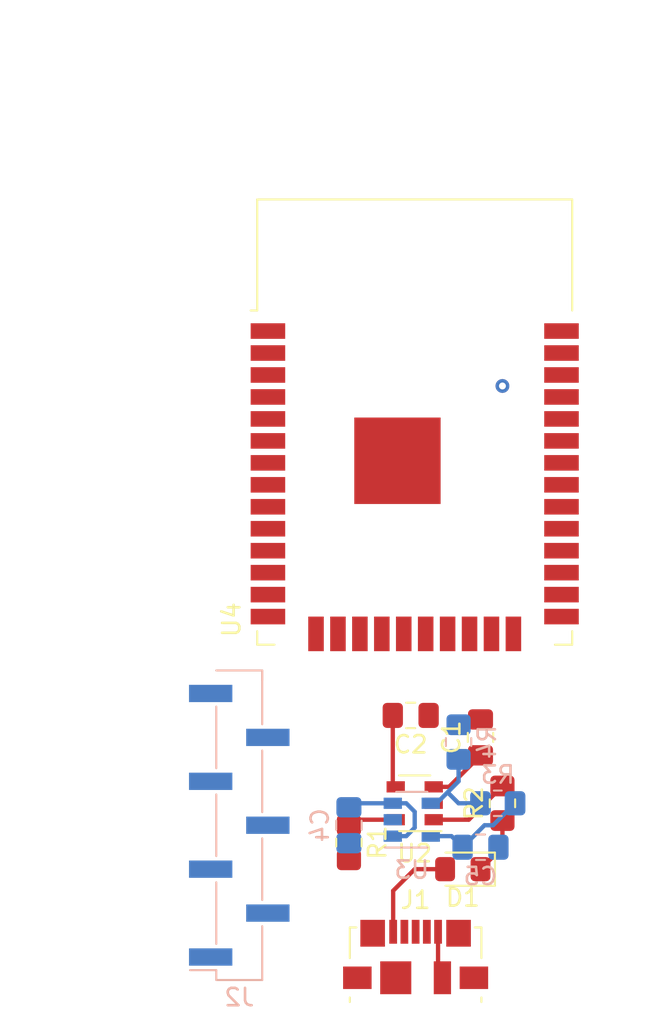
<source format=kicad_pcb>
(kicad_pcb (version 20171130) (host pcbnew "(5.1.7)-1")

  (general
    (thickness 1.6)
    (drawings 2)
    (tracks 35)
    (zones 0)
    (modules 14)
    (nets 49)
  )

  (page A4)
  (layers
    (0 F.Cu signal)
    (31 B.Cu signal)
    (32 B.Adhes user)
    (33 F.Adhes user hide)
    (34 B.Paste user)
    (35 F.Paste user hide)
    (36 B.SilkS user)
    (37 F.SilkS user hide)
    (38 B.Mask user)
    (39 F.Mask user hide)
    (40 Dwgs.User user)
    (41 Cmts.User user)
    (42 Eco1.User user)
    (43 Eco2.User user)
    (44 Edge.Cuts user)
    (45 Margin user)
    (46 B.CrtYd user)
    (47 F.CrtYd user hide)
    (48 B.Fab user)
    (49 F.Fab user hide)
  )

  (setup
    (last_trace_width 0.25)
    (trace_clearance 0.2)
    (zone_clearance 0.508)
    (zone_45_only no)
    (trace_min 0.2)
    (via_size 0.8)
    (via_drill 0.4)
    (via_min_size 0.4)
    (via_min_drill 0.3)
    (uvia_size 0.3)
    (uvia_drill 0.1)
    (uvias_allowed no)
    (uvia_min_size 0.2)
    (uvia_min_drill 0.1)
    (edge_width 0.05)
    (segment_width 0.2)
    (pcb_text_width 0.3)
    (pcb_text_size 1.5 1.5)
    (mod_edge_width 0.12)
    (mod_text_size 1 1)
    (mod_text_width 0.15)
    (pad_size 1.8 1.8)
    (pad_drill 0.9)
    (pad_to_mask_clearance 0.05)
    (aux_axis_origin 0 0)
    (visible_elements 7FFFFFFF)
    (pcbplotparams
      (layerselection 0x010fc_ffffffff)
      (usegerberextensions false)
      (usegerberattributes true)
      (usegerberadvancedattributes true)
      (creategerberjobfile true)
      (excludeedgelayer true)
      (linewidth 0.100000)
      (plotframeref false)
      (viasonmask false)
      (mode 1)
      (useauxorigin false)
      (hpglpennumber 1)
      (hpglpenspeed 20)
      (hpglpendiameter 15.000000)
      (psnegative false)
      (psa4output false)
      (plotreference true)
      (plotvalue true)
      (plotinvisibletext false)
      (padsonsilk false)
      (subtractmaskfromsilk false)
      (outputformat 1)
      (mirror false)
      (drillshape 1)
      (scaleselection 1)
      (outputdirectory ""))
  )

  (net 0 "")
  (net 1 "Net-(R1-Pad1)")
  (net 2 "Net-(C2-Pad2)")
  (net 3 "Net-(C1-Pad1)")
  (net 4 -BATT)
  (net 5 "Net-(R2-Pad2)")
  (net 6 +3V3)
  (net 7 "Net-(R3-Pad2)")
  (net 8 VCC)
  (net 9 "Net-(D1-Pad1)")
  (net 10 "Net-(J1-Pad4)")
  (net 11 "Net-(J1-Pad3)")
  (net 12 "Net-(J1-Pad2)")
  (net 13 "Net-(U4-Pad37)")
  (net 14 "Net-(U4-Pad33)")
  (net 15 "Net-(U4-Pad32)")
  (net 16 "Net-(U4-Pad31)")
  (net 17 "Net-(U4-Pad30)")
  (net 18 "Net-(U4-Pad29)")
  (net 19 "Net-(U4-Pad28)")
  (net 20 "Net-(U4-Pad27)")
  (net 21 "Net-(U4-Pad26)")
  (net 22 "Net-(U4-Pad25)")
  (net 23 "Net-(U4-Pad24)")
  (net 24 "Net-(U4-Pad23)")
  (net 25 "Net-(U4-Pad22)")
  (net 26 "Net-(U4-Pad21)")
  (net 27 "Net-(U4-Pad20)")
  (net 28 "Net-(U4-Pad19)")
  (net 29 "Net-(U4-Pad18)")
  (net 30 "Net-(U4-Pad17)")
  (net 31 "Net-(U4-Pad16)")
  (net 32 "Net-(U4-Pad14)")
  (net 33 "Net-(U4-Pad13)")
  (net 34 "Net-(U4-Pad12)")
  (net 35 "Net-(U4-Pad9)")
  (net 36 "Net-(U4-Pad8)")
  (net 37 "Net-(U4-Pad7)")
  (net 38 "Net-(U4-Pad6)")
  (net 39 "Net-(U4-Pad5)")
  (net 40 "Net-(U4-Pad4)")
  (net 41 LRCK)
  (net 42 BCK)
  (net 43 DATA)
  (net 44 GAIN)
  (net 45 SD)
  (net 46 P_RX)
  (net 47 P_TX)
  (net 48 EN)

  (net_class Default "This is the default net class."
    (clearance 0.2)
    (trace_width 0.25)
    (via_dia 0.8)
    (via_drill 0.4)
    (uvia_dia 0.3)
    (uvia_drill 0.1)
    (add_net +3V3)
    (add_net -BATT)
    (add_net BCK)
    (add_net DATA)
    (add_net EN)
    (add_net GAIN)
    (add_net LRCK)
    (add_net "Net-(C1-Pad1)")
    (add_net "Net-(C2-Pad2)")
    (add_net "Net-(D1-Pad1)")
    (add_net "Net-(J1-Pad2)")
    (add_net "Net-(J1-Pad3)")
    (add_net "Net-(J1-Pad4)")
    (add_net "Net-(R1-Pad1)")
    (add_net "Net-(R2-Pad2)")
    (add_net "Net-(R3-Pad2)")
    (add_net "Net-(U4-Pad12)")
    (add_net "Net-(U4-Pad13)")
    (add_net "Net-(U4-Pad14)")
    (add_net "Net-(U4-Pad16)")
    (add_net "Net-(U4-Pad17)")
    (add_net "Net-(U4-Pad18)")
    (add_net "Net-(U4-Pad19)")
    (add_net "Net-(U4-Pad20)")
    (add_net "Net-(U4-Pad21)")
    (add_net "Net-(U4-Pad22)")
    (add_net "Net-(U4-Pad23)")
    (add_net "Net-(U4-Pad24)")
    (add_net "Net-(U4-Pad25)")
    (add_net "Net-(U4-Pad26)")
    (add_net "Net-(U4-Pad27)")
    (add_net "Net-(U4-Pad28)")
    (add_net "Net-(U4-Pad29)")
    (add_net "Net-(U4-Pad30)")
    (add_net "Net-(U4-Pad31)")
    (add_net "Net-(U4-Pad32)")
    (add_net "Net-(U4-Pad33)")
    (add_net "Net-(U4-Pad37)")
    (add_net "Net-(U4-Pad4)")
    (add_net "Net-(U4-Pad5)")
    (add_net "Net-(U4-Pad6)")
    (add_net "Net-(U4-Pad7)")
    (add_net "Net-(U4-Pad8)")
    (add_net "Net-(U4-Pad9)")
    (add_net P_RX)
    (add_net P_TX)
    (add_net SD)
    (add_net VCC)
  )

  (module Connector_PinHeader_2.54mm:PinHeader_1x07_P2.54mm_Vertical_SMD_Pin1Left (layer B.Cu) (tedit 59FED5CC) (tstamp 5FD95590)
    (at 134.62 91.44)
    (descr "surface-mounted straight pin header, 1x07, 2.54mm pitch, single row, style 1 (pin 1 left)")
    (tags "Surface mounted pin header SMD 1x07 2.54mm single row style1 pin1 left")
    (path /5FDA17DC)
    (attr smd)
    (fp_text reference J2 (at 0 9.95) (layer B.SilkS)
      (effects (font (size 1 1) (thickness 0.15)) (justify mirror))
    )
    (fp_text value Conn_01x07_Male (at 0 -9.95) (layer B.Fab)
      (effects (font (size 1 1) (thickness 0.15)) (justify mirror))
    )
    (fp_line (start 3.45 9.4) (end -3.45 9.4) (layer B.CrtYd) (width 0.05))
    (fp_line (start 3.45 -9.4) (end 3.45 9.4) (layer B.CrtYd) (width 0.05))
    (fp_line (start -3.45 -9.4) (end 3.45 -9.4) (layer B.CrtYd) (width 0.05))
    (fp_line (start -3.45 9.4) (end -3.45 -9.4) (layer B.CrtYd) (width 0.05))
    (fp_line (start -1.33 -3.3) (end -1.33 -6.86) (layer B.SilkS) (width 0.12))
    (fp_line (start -1.33 1.78) (end -1.33 -1.78) (layer B.SilkS) (width 0.12))
    (fp_line (start -1.33 6.86) (end -1.33 3.3) (layer B.SilkS) (width 0.12))
    (fp_line (start 1.33 -5.84) (end 1.33 -8.95) (layer B.SilkS) (width 0.12))
    (fp_line (start 1.33 -0.76) (end 1.33 -4.32) (layer B.SilkS) (width 0.12))
    (fp_line (start 1.33 4.32) (end 1.33 0.76) (layer B.SilkS) (width 0.12))
    (fp_line (start 1.33 -8.38) (end 1.33 -8.95) (layer B.SilkS) (width 0.12))
    (fp_line (start -1.33 8.95) (end -1.33 8.38) (layer B.SilkS) (width 0.12))
    (fp_line (start -1.33 8.38) (end -2.85 8.38) (layer B.SilkS) (width 0.12))
    (fp_line (start 1.33 8.95) (end 1.33 5.84) (layer B.SilkS) (width 0.12))
    (fp_line (start -1.33 -8.95) (end 1.33 -8.95) (layer B.SilkS) (width 0.12))
    (fp_line (start -1.33 8.95) (end 1.33 8.95) (layer B.SilkS) (width 0.12))
    (fp_line (start 2.54 -5.4) (end 1.27 -5.4) (layer B.Fab) (width 0.1))
    (fp_line (start 2.54 -4.76) (end 2.54 -5.4) (layer B.Fab) (width 0.1))
    (fp_line (start 1.27 -4.76) (end 2.54 -4.76) (layer B.Fab) (width 0.1))
    (fp_line (start 2.54 -0.32) (end 1.27 -0.32) (layer B.Fab) (width 0.1))
    (fp_line (start 2.54 0.32) (end 2.54 -0.32) (layer B.Fab) (width 0.1))
    (fp_line (start 1.27 0.32) (end 2.54 0.32) (layer B.Fab) (width 0.1))
    (fp_line (start 2.54 4.76) (end 1.27 4.76) (layer B.Fab) (width 0.1))
    (fp_line (start 2.54 5.4) (end 2.54 4.76) (layer B.Fab) (width 0.1))
    (fp_line (start 1.27 5.4) (end 2.54 5.4) (layer B.Fab) (width 0.1))
    (fp_line (start -2.54 -7.94) (end -1.27 -7.94) (layer B.Fab) (width 0.1))
    (fp_line (start -2.54 -7.3) (end -2.54 -7.94) (layer B.Fab) (width 0.1))
    (fp_line (start -1.27 -7.3) (end -2.54 -7.3) (layer B.Fab) (width 0.1))
    (fp_line (start -2.54 -2.86) (end -1.27 -2.86) (layer B.Fab) (width 0.1))
    (fp_line (start -2.54 -2.22) (end -2.54 -2.86) (layer B.Fab) (width 0.1))
    (fp_line (start -1.27 -2.22) (end -2.54 -2.22) (layer B.Fab) (width 0.1))
    (fp_line (start -2.54 2.22) (end -1.27 2.22) (layer B.Fab) (width 0.1))
    (fp_line (start -2.54 2.86) (end -2.54 2.22) (layer B.Fab) (width 0.1))
    (fp_line (start -1.27 2.86) (end -2.54 2.86) (layer B.Fab) (width 0.1))
    (fp_line (start -2.54 7.3) (end -1.27 7.3) (layer B.Fab) (width 0.1))
    (fp_line (start -2.54 7.94) (end -2.54 7.3) (layer B.Fab) (width 0.1))
    (fp_line (start -1.27 7.94) (end -2.54 7.94) (layer B.Fab) (width 0.1))
    (fp_line (start 1.27 8.89) (end 1.27 -8.89) (layer B.Fab) (width 0.1))
    (fp_line (start -1.27 7.94) (end -0.32 8.89) (layer B.Fab) (width 0.1))
    (fp_line (start -1.27 -8.89) (end -1.27 7.94) (layer B.Fab) (width 0.1))
    (fp_line (start -0.32 8.89) (end 1.27 8.89) (layer B.Fab) (width 0.1))
    (fp_line (start 1.27 -8.89) (end -1.27 -8.89) (layer B.Fab) (width 0.1))
    (fp_text user %R (at 0 0 -90) (layer B.Fab)
      (effects (font (size 1 1) (thickness 0.15)) (justify mirror))
    )
    (pad 1 smd rect (at -1.655 7.62) (size 2.51 1) (layers B.Cu B.Paste B.Mask)
      (net 6 +3V3))
    (pad 3 smd rect (at -1.655 2.54) (size 2.51 1) (layers B.Cu B.Paste B.Mask)
      (net 45 SD))
    (pad 5 smd rect (at -1.655 -2.54) (size 2.51 1) (layers B.Cu B.Paste B.Mask)
      (net 43 DATA))
    (pad 7 smd rect (at -1.655 -7.62) (size 2.51 1) (layers B.Cu B.Paste B.Mask)
      (net 41 LRCK))
    (pad 2 smd rect (at 1.655 5.08) (size 2.51 1) (layers B.Cu B.Paste B.Mask)
      (net 4 -BATT))
    (pad 4 smd rect (at 1.655 0) (size 2.51 1) (layers B.Cu B.Paste B.Mask)
      (net 44 GAIN))
    (pad 6 smd rect (at 1.655 -5.08) (size 2.51 1) (layers B.Cu B.Paste B.Mask)
      (net 42 BCK))
    (model ${KISYS3DMOD}/Connector_PinHeader_2.54mm.3dshapes/PinHeader_1x07_P2.54mm_Vertical_SMD_Pin1Left.wrl
      (at (xyz 0 0 0))
      (scale (xyz 1 1 1))
      (rotate (xyz 0 0 0))
    )
  )

  (module Connector_USB:USB_Micro-B_Molex_47346-0001 (layer F.Cu) (tedit 5D8620A7) (tstamp 5FD944D9)
    (at 144.8325 99.06)
    (descr "Micro USB B receptable with flange, bottom-mount, SMD, right-angle (http://www.molex.com/pdm_docs/sd/473460001_sd.pdf)")
    (tags "Micro B USB SMD")
    (path /5FDA4ED8)
    (attr smd)
    (fp_text reference J1 (at 0 -3.3 180) (layer F.SilkS)
      (effects (font (size 1 1) (thickness 0.15)))
    )
    (fp_text value USB_B_Micro (at 0 4.6 180) (layer F.Fab)
      (effects (font (size 1 1) (thickness 0.15)))
    )
    (fp_line (start 3.81 -1.71) (end 3.43 -1.71) (layer F.SilkS) (width 0.12))
    (fp_line (start 4.7 3.85) (end -4.7 3.85) (layer F.CrtYd) (width 0.05))
    (fp_line (start 4.7 -2.65) (end 4.7 3.85) (layer F.CrtYd) (width 0.05))
    (fp_line (start -4.7 -2.65) (end 4.7 -2.65) (layer F.CrtYd) (width 0.05))
    (fp_line (start -4.7 3.85) (end -4.7 -2.65) (layer F.CrtYd) (width 0.05))
    (fp_line (start 3.75 3.35) (end -3.75 3.35) (layer F.Fab) (width 0.1))
    (fp_line (start 3.75 -1.65) (end 3.75 3.35) (layer F.Fab) (width 0.1))
    (fp_line (start -3.75 -1.65) (end 3.75 -1.65) (layer F.Fab) (width 0.1))
    (fp_line (start -3.75 3.35) (end -3.75 -1.65) (layer F.Fab) (width 0.1))
    (fp_line (start 3.81 2.34) (end 3.81 2.6) (layer F.SilkS) (width 0.12))
    (fp_line (start 3.81 -1.71) (end 3.81 0.06) (layer F.SilkS) (width 0.12))
    (fp_line (start -3.81 -1.71) (end -3.43 -1.71) (layer F.SilkS) (width 0.12))
    (fp_line (start -3.81 0.06) (end -3.81 -1.71) (layer F.SilkS) (width 0.12))
    (fp_line (start -3.81 2.6) (end -3.81 2.34) (layer F.SilkS) (width 0.12))
    (fp_line (start -3.25 2.65) (end 3.25 2.65) (layer F.Fab) (width 0.1))
    (fp_text user %R (at 0 1.2) (layer F.Fab)
      (effects (font (size 1 1) (thickness 0.15)))
    )
    (fp_text user "PCB Edge" (at 0 2.67 180) (layer Dwgs.User)
      (effects (font (size 0.4 0.4) (thickness 0.04)))
    )
    (pad 6 smd rect (at 1.55 1.2) (size 1 1.9) (layers F.Cu F.Paste F.Mask)
      (net 4 -BATT))
    (pad 6 smd rect (at -1.15 1.2) (size 1.8 1.9) (layers F.Cu F.Paste F.Mask)
      (net 4 -BATT))
    (pad 6 smd rect (at 3.375 1.2) (size 1.65 1.3) (layers F.Cu F.Paste F.Mask)
      (net 4 -BATT))
    (pad 6 smd rect (at -3.375 1.2) (size 1.65 1.3) (layers F.Cu F.Paste F.Mask)
      (net 4 -BATT))
    (pad 6 smd rect (at 2.4875 -1.375) (size 1.425 1.55) (layers F.Cu F.Paste F.Mask)
      (net 4 -BATT))
    (pad 6 smd rect (at -2.4875 -1.375) (size 1.425 1.55) (layers F.Cu F.Paste F.Mask)
      (net 4 -BATT))
    (pad 5 smd rect (at 1.3 -1.46) (size 0.45 1.38) (layers F.Cu F.Paste F.Mask)
      (net 4 -BATT))
    (pad 4 smd rect (at 0.65 -1.46) (size 0.45 1.38) (layers F.Cu F.Paste F.Mask)
      (net 10 "Net-(J1-Pad4)"))
    (pad 3 smd rect (at 0 -1.46) (size 0.45 1.38) (layers F.Cu F.Paste F.Mask)
      (net 11 "Net-(J1-Pad3)"))
    (pad 2 smd rect (at -0.65 -1.46) (size 0.45 1.38) (layers F.Cu F.Paste F.Mask)
      (net 12 "Net-(J1-Pad2)"))
    (pad 1 smd rect (at -1.3 -1.46) (size 0.45 1.38) (layers F.Cu F.Paste F.Mask)
      (net 2 "Net-(C2-Pad2)"))
    (model ${KISYS3DMOD}/Connector_USB.3dshapes/USB_Micro-B_Molex_47346-0001.wrl
      (at (xyz 0 0 0))
      (scale (xyz 1 1 1))
      (rotate (xyz 0 0 0))
    )
  )

  (module Resistor_SMD:R_0805_2012Metric_Pad1.20x1.40mm_HandSolder (layer B.Cu) (tedit 5F68FEEE) (tstamp 5F8F9CCA)
    (at 147.32 86.63 90)
    (descr "Resistor SMD 0805 (2012 Metric), square (rectangular) end terminal, IPC_7351 nominal with elongated pad for handsoldering. (Body size source: IPC-SM-782 page 72, https://www.pcb-3d.com/wordpress/wp-content/uploads/ipc-sm-782a_amendment_1_and_2.pdf), generated with kicad-footprint-generator")
    (tags "resistor handsolder")
    (path /5EE1CFD8)
    (attr smd)
    (fp_text reference R4 (at 0 1.65 270) (layer B.SilkS)
      (effects (font (size 1 1) (thickness 0.15)) (justify mirror))
    )
    (fp_text value 2k (at 0 -1.65 270) (layer B.Fab)
      (effects (font (size 1 1) (thickness 0.15)) (justify mirror))
    )
    (fp_line (start -1 -0.625) (end -1 0.625) (layer B.Fab) (width 0.1))
    (fp_line (start -1 0.625) (end 1 0.625) (layer B.Fab) (width 0.1))
    (fp_line (start 1 0.625) (end 1 -0.625) (layer B.Fab) (width 0.1))
    (fp_line (start 1 -0.625) (end -1 -0.625) (layer B.Fab) (width 0.1))
    (fp_line (start -0.227064 0.735) (end 0.227064 0.735) (layer B.SilkS) (width 0.12))
    (fp_line (start -0.227064 -0.735) (end 0.227064 -0.735) (layer B.SilkS) (width 0.12))
    (fp_line (start -1.85 -0.95) (end -1.85 0.95) (layer B.CrtYd) (width 0.05))
    (fp_line (start -1.85 0.95) (end 1.85 0.95) (layer B.CrtYd) (width 0.05))
    (fp_line (start 1.85 0.95) (end 1.85 -0.95) (layer B.CrtYd) (width 0.05))
    (fp_line (start 1.85 -0.95) (end -1.85 -0.95) (layer B.CrtYd) (width 0.05))
    (fp_text user %R (at 0 0 270) (layer B.Fab)
      (effects (font (size 0.5 0.5) (thickness 0.08)) (justify mirror))
    )
    (pad 2 smd roundrect (at 1 0 90) (size 1.2 1.4) (layers B.Cu B.Paste B.Mask) (roundrect_rratio 0.208333)
      (net 4 -BATT))
    (pad 1 smd roundrect (at -1 0 90) (size 1.2 1.4) (layers B.Cu B.Paste B.Mask) (roundrect_rratio 0.208333)
      (net 7 "Net-(R3-Pad2)"))
    (model ${KISYS3DMOD}/Resistor_SMD.3dshapes/R_0805_2012Metric.wrl
      (at (xyz 0 0 0))
      (scale (xyz 1 1 1))
      (rotate (xyz 0 0 0))
    )
  )

  (module Resistor_SMD:R_0805_2012Metric_Pad1.20x1.40mm_HandSolder (layer B.Cu) (tedit 5F68FEEE) (tstamp 5F8F9CB9)
    (at 149.59 90.17 180)
    (descr "Resistor SMD 0805 (2012 Metric), square (rectangular) end terminal, IPC_7351 nominal with elongated pad for handsoldering. (Body size source: IPC-SM-782 page 72, https://www.pcb-3d.com/wordpress/wp-content/uploads/ipc-sm-782a_amendment_1_and_2.pdf), generated with kicad-footprint-generator")
    (tags "resistor handsolder")
    (path /5EE042F7)
    (attr smd)
    (fp_text reference R3 (at 0 1.65) (layer B.SilkS)
      (effects (font (size 1 1) (thickness 0.15)) (justify mirror))
    )
    (fp_text value 10k (at 0 -1.65) (layer B.Fab)
      (effects (font (size 1 1) (thickness 0.15)) (justify mirror))
    )
    (fp_line (start -1 -0.625) (end -1 0.625) (layer B.Fab) (width 0.1))
    (fp_line (start -1 0.625) (end 1 0.625) (layer B.Fab) (width 0.1))
    (fp_line (start 1 0.625) (end 1 -0.625) (layer B.Fab) (width 0.1))
    (fp_line (start 1 -0.625) (end -1 -0.625) (layer B.Fab) (width 0.1))
    (fp_line (start -0.227064 0.735) (end 0.227064 0.735) (layer B.SilkS) (width 0.12))
    (fp_line (start -0.227064 -0.735) (end 0.227064 -0.735) (layer B.SilkS) (width 0.12))
    (fp_line (start -1.85 -0.95) (end -1.85 0.95) (layer B.CrtYd) (width 0.05))
    (fp_line (start -1.85 0.95) (end 1.85 0.95) (layer B.CrtYd) (width 0.05))
    (fp_line (start 1.85 0.95) (end 1.85 -0.95) (layer B.CrtYd) (width 0.05))
    (fp_line (start 1.85 -0.95) (end -1.85 -0.95) (layer B.CrtYd) (width 0.05))
    (fp_text user %R (at 0 0) (layer B.Fab)
      (effects (font (size 0.5 0.5) (thickness 0.08)) (justify mirror))
    )
    (pad 2 smd roundrect (at 1 0 180) (size 1.2 1.4) (layers B.Cu B.Paste B.Mask) (roundrect_rratio 0.208333)
      (net 7 "Net-(R3-Pad2)"))
    (pad 1 smd roundrect (at -1 0 180) (size 1.2 1.4) (layers B.Cu B.Paste B.Mask) (roundrect_rratio 0.208333)
      (net 6 +3V3))
    (model ${KISYS3DMOD}/Resistor_SMD.3dshapes/R_0805_2012Metric.wrl
      (at (xyz 0 0 0))
      (scale (xyz 1 1 1))
      (rotate (xyz 0 0 0))
    )
  )

  (module Resistor_SMD:R_0805_2012Metric_Pad1.20x1.40mm_HandSolder (layer F.Cu) (tedit 5F68FEEE) (tstamp 5F8F9CA8)
    (at 149.86 90.17 90)
    (descr "Resistor SMD 0805 (2012 Metric), square (rectangular) end terminal, IPC_7351 nominal with elongated pad for handsoldering. (Body size source: IPC-SM-782 page 72, https://www.pcb-3d.com/wordpress/wp-content/uploads/ipc-sm-782a_amendment_1_and_2.pdf), generated with kicad-footprint-generator")
    (tags "resistor handsolder")
    (path /5EBB4488)
    (attr smd)
    (fp_text reference R2 (at 0 -1.65 90) (layer F.SilkS)
      (effects (font (size 1 1) (thickness 0.15)))
    )
    (fp_text value 470 (at 0 1.65 90) (layer F.Fab)
      (effects (font (size 1 1) (thickness 0.15)))
    )
    (fp_line (start -1 0.625) (end -1 -0.625) (layer F.Fab) (width 0.1))
    (fp_line (start -1 -0.625) (end 1 -0.625) (layer F.Fab) (width 0.1))
    (fp_line (start 1 -0.625) (end 1 0.625) (layer F.Fab) (width 0.1))
    (fp_line (start 1 0.625) (end -1 0.625) (layer F.Fab) (width 0.1))
    (fp_line (start -0.227064 -0.735) (end 0.227064 -0.735) (layer F.SilkS) (width 0.12))
    (fp_line (start -0.227064 0.735) (end 0.227064 0.735) (layer F.SilkS) (width 0.12))
    (fp_line (start -1.85 0.95) (end -1.85 -0.95) (layer F.CrtYd) (width 0.05))
    (fp_line (start -1.85 -0.95) (end 1.85 -0.95) (layer F.CrtYd) (width 0.05))
    (fp_line (start 1.85 -0.95) (end 1.85 0.95) (layer F.CrtYd) (width 0.05))
    (fp_line (start 1.85 0.95) (end -1.85 0.95) (layer F.CrtYd) (width 0.05))
    (fp_text user %R (at 0 0 90) (layer F.Fab)
      (effects (font (size 0.5 0.5) (thickness 0.08)))
    )
    (pad 2 smd roundrect (at 1 0 90) (size 1.2 1.4) (layers F.Cu F.Paste F.Mask) (roundrect_rratio 0.208333)
      (net 5 "Net-(R2-Pad2)"))
    (pad 1 smd roundrect (at -1 0 90) (size 1.2 1.4) (layers F.Cu F.Paste F.Mask) (roundrect_rratio 0.208333)
      (net 9 "Net-(D1-Pad1)"))
    (model ${KISYS3DMOD}/Resistor_SMD.3dshapes/R_0805_2012Metric.wrl
      (at (xyz 0 0 0))
      (scale (xyz 1 1 1))
      (rotate (xyz 0 0 0))
    )
  )

  (module Resistor_SMD:R_0805_2012Metric_Pad1.20x1.40mm_HandSolder (layer F.Cu) (tedit 5F68FEEE) (tstamp 5F8F9C97)
    (at 140.97 92.44 270)
    (descr "Resistor SMD 0805 (2012 Metric), square (rectangular) end terminal, IPC_7351 nominal with elongated pad for handsoldering. (Body size source: IPC-SM-782 page 72, https://www.pcb-3d.com/wordpress/wp-content/uploads/ipc-sm-782a_amendment_1_and_2.pdf), generated with kicad-footprint-generator")
    (tags "resistor handsolder")
    (path /5EBB30CF)
    (attr smd)
    (fp_text reference R1 (at 0 -1.65 90) (layer F.SilkS)
      (effects (font (size 1 1) (thickness 0.15)))
    )
    (fp_text value 2k (at 0 1.65 90) (layer F.Fab)
      (effects (font (size 1 1) (thickness 0.15)))
    )
    (fp_line (start -1 0.625) (end -1 -0.625) (layer F.Fab) (width 0.1))
    (fp_line (start -1 -0.625) (end 1 -0.625) (layer F.Fab) (width 0.1))
    (fp_line (start 1 -0.625) (end 1 0.625) (layer F.Fab) (width 0.1))
    (fp_line (start 1 0.625) (end -1 0.625) (layer F.Fab) (width 0.1))
    (fp_line (start -0.227064 -0.735) (end 0.227064 -0.735) (layer F.SilkS) (width 0.12))
    (fp_line (start -0.227064 0.735) (end 0.227064 0.735) (layer F.SilkS) (width 0.12))
    (fp_line (start -1.85 0.95) (end -1.85 -0.95) (layer F.CrtYd) (width 0.05))
    (fp_line (start -1.85 -0.95) (end 1.85 -0.95) (layer F.CrtYd) (width 0.05))
    (fp_line (start 1.85 -0.95) (end 1.85 0.95) (layer F.CrtYd) (width 0.05))
    (fp_line (start 1.85 0.95) (end -1.85 0.95) (layer F.CrtYd) (width 0.05))
    (fp_text user %R (at 0 0 90) (layer F.Fab)
      (effects (font (size 0.5 0.5) (thickness 0.08)))
    )
    (pad 2 smd roundrect (at 1 0 270) (size 1.2 1.4) (layers F.Cu F.Paste F.Mask) (roundrect_rratio 0.208333)
      (net 4 -BATT))
    (pad 1 smd roundrect (at -1 0 270) (size 1.2 1.4) (layers F.Cu F.Paste F.Mask) (roundrect_rratio 0.208333)
      (net 1 "Net-(R1-Pad1)"))
    (model ${KISYS3DMOD}/Resistor_SMD.3dshapes/R_0805_2012Metric.wrl
      (at (xyz 0 0 0))
      (scale (xyz 1 1 1))
      (rotate (xyz 0 0 0))
    )
  )

  (module Capacitor_SMD:C_0805_2012Metric_Pad1.18x1.45mm_HandSolder (layer B.Cu) (tedit 5F68FEEF) (tstamp 5F8F9C04)
    (at 140.97 91.44 270)
    (descr "Capacitor SMD 0805 (2012 Metric), square (rectangular) end terminal, IPC_7351 nominal with elongated pad for handsoldering. (Body size source: IPC-SM-782 page 76, https://www.pcb-3d.com/wordpress/wp-content/uploads/ipc-sm-782a_amendment_1_and_2.pdf, https://docs.google.com/spreadsheets/d/1BsfQQcO9C6DZCsRaXUlFlo91Tg2WpOkGARC1WS5S8t0/edit?usp=sharing), generated with kicad-footprint-generator")
    (tags "capacitor handsolder")
    (path /5EDFB374)
    (attr smd)
    (fp_text reference C4 (at 0 1.68 270) (layer B.SilkS)
      (effects (font (size 1 1) (thickness 0.15)) (justify mirror))
    )
    (fp_text value "4.7 uf" (at 0 -1.68 270) (layer B.Fab)
      (effects (font (size 1 1) (thickness 0.15)) (justify mirror))
    )
    (fp_line (start -1 -0.625) (end -1 0.625) (layer B.Fab) (width 0.1))
    (fp_line (start -1 0.625) (end 1 0.625) (layer B.Fab) (width 0.1))
    (fp_line (start 1 0.625) (end 1 -0.625) (layer B.Fab) (width 0.1))
    (fp_line (start 1 -0.625) (end -1 -0.625) (layer B.Fab) (width 0.1))
    (fp_line (start -0.261252 0.735) (end 0.261252 0.735) (layer B.SilkS) (width 0.12))
    (fp_line (start -0.261252 -0.735) (end 0.261252 -0.735) (layer B.SilkS) (width 0.12))
    (fp_line (start -1.88 -0.98) (end -1.88 0.98) (layer B.CrtYd) (width 0.05))
    (fp_line (start -1.88 0.98) (end 1.88 0.98) (layer B.CrtYd) (width 0.05))
    (fp_line (start 1.88 0.98) (end 1.88 -0.98) (layer B.CrtYd) (width 0.05))
    (fp_line (start 1.88 -0.98) (end -1.88 -0.98) (layer B.CrtYd) (width 0.05))
    (fp_text user %R (at 0 0 270) (layer B.Fab)
      (effects (font (size 0.5 0.5) (thickness 0.08)) (justify mirror))
    )
    (pad 2 smd roundrect (at 1.0375 0 270) (size 1.175 1.45) (layers B.Cu B.Paste B.Mask) (roundrect_rratio 0.212766)
      (net 4 -BATT))
    (pad 1 smd roundrect (at -1.0375 0 270) (size 1.175 1.45) (layers B.Cu B.Paste B.Mask) (roundrect_rratio 0.212766)
      (net 8 VCC))
    (model ${KISYS3DMOD}/Capacitor_SMD.3dshapes/C_0805_2012Metric.wrl
      (at (xyz 0 0 0))
      (scale (xyz 1 1 1))
      (rotate (xyz 0 0 0))
    )
  )

  (module Capacitor_SMD:C_0805_2012Metric_Pad1.18x1.45mm_HandSolder (layer F.Cu) (tedit 5F68FEEF) (tstamp 5F8F9BE2)
    (at 144.5475 85.09 180)
    (descr "Capacitor SMD 0805 (2012 Metric), square (rectangular) end terminal, IPC_7351 nominal with elongated pad for handsoldering. (Body size source: IPC-SM-782 page 76, https://www.pcb-3d.com/wordpress/wp-content/uploads/ipc-sm-782a_amendment_1_and_2.pdf, https://docs.google.com/spreadsheets/d/1BsfQQcO9C6DZCsRaXUlFlo91Tg2WpOkGARC1WS5S8t0/edit?usp=sharing), generated with kicad-footprint-generator")
    (tags "capacitor handsolder")
    (path /5EBB851C)
    (attr smd)
    (fp_text reference C2 (at 0 -1.68) (layer F.SilkS)
      (effects (font (size 1 1) (thickness 0.15)))
    )
    (fp_text value "4.7 uf" (at 0 1.68) (layer F.Fab)
      (effects (font (size 1 1) (thickness 0.15)))
    )
    (fp_line (start -1 0.625) (end -1 -0.625) (layer F.Fab) (width 0.1))
    (fp_line (start -1 -0.625) (end 1 -0.625) (layer F.Fab) (width 0.1))
    (fp_line (start 1 -0.625) (end 1 0.625) (layer F.Fab) (width 0.1))
    (fp_line (start 1 0.625) (end -1 0.625) (layer F.Fab) (width 0.1))
    (fp_line (start -0.261252 -0.735) (end 0.261252 -0.735) (layer F.SilkS) (width 0.12))
    (fp_line (start -0.261252 0.735) (end 0.261252 0.735) (layer F.SilkS) (width 0.12))
    (fp_line (start -1.88 0.98) (end -1.88 -0.98) (layer F.CrtYd) (width 0.05))
    (fp_line (start -1.88 -0.98) (end 1.88 -0.98) (layer F.CrtYd) (width 0.05))
    (fp_line (start 1.88 -0.98) (end 1.88 0.98) (layer F.CrtYd) (width 0.05))
    (fp_line (start 1.88 0.98) (end -1.88 0.98) (layer F.CrtYd) (width 0.05))
    (fp_text user %R (at 0 0) (layer F.Fab)
      (effects (font (size 0.5 0.5) (thickness 0.08)))
    )
    (pad 2 smd roundrect (at 1.0375 0 180) (size 1.175 1.45) (layers F.Cu F.Paste F.Mask) (roundrect_rratio 0.212766)
      (net 2 "Net-(C2-Pad2)"))
    (pad 1 smd roundrect (at -1.0375 0 180) (size 1.175 1.45) (layers F.Cu F.Paste F.Mask) (roundrect_rratio 0.212766)
      (net 4 -BATT))
    (model ${KISYS3DMOD}/Capacitor_SMD.3dshapes/C_0805_2012Metric.wrl
      (at (xyz 0 0 0))
      (scale (xyz 1 1 1))
      (rotate (xyz 0 0 0))
    )
  )

  (module Capacitor_SMD:C_0805_2012Metric_Pad1.18x1.45mm_HandSolder (layer F.Cu) (tedit 5F68FEEF) (tstamp 5F8F9BD1)
    (at 148.59 86.36 90)
    (descr "Capacitor SMD 0805 (2012 Metric), square (rectangular) end terminal, IPC_7351 nominal with elongated pad for handsoldering. (Body size source: IPC-SM-782 page 76, https://www.pcb-3d.com/wordpress/wp-content/uploads/ipc-sm-782a_amendment_1_and_2.pdf, https://docs.google.com/spreadsheets/d/1BsfQQcO9C6DZCsRaXUlFlo91Tg2WpOkGARC1WS5S8t0/edit?usp=sharing), generated with kicad-footprint-generator")
    (tags "capacitor handsolder")
    (path /5EB3F4D4)
    (attr smd)
    (fp_text reference C1 (at 0 -1.68 90) (layer F.SilkS)
      (effects (font (size 1 1) (thickness 0.15)))
    )
    (fp_text value "4.7 uf" (at 0 1.68 90) (layer F.Fab)
      (effects (font (size 1 1) (thickness 0.15)))
    )
    (fp_line (start -1 0.625) (end -1 -0.625) (layer F.Fab) (width 0.1))
    (fp_line (start -1 -0.625) (end 1 -0.625) (layer F.Fab) (width 0.1))
    (fp_line (start 1 -0.625) (end 1 0.625) (layer F.Fab) (width 0.1))
    (fp_line (start 1 0.625) (end -1 0.625) (layer F.Fab) (width 0.1))
    (fp_line (start -0.261252 -0.735) (end 0.261252 -0.735) (layer F.SilkS) (width 0.12))
    (fp_line (start -0.261252 0.735) (end 0.261252 0.735) (layer F.SilkS) (width 0.12))
    (fp_line (start -1.88 0.98) (end -1.88 -0.98) (layer F.CrtYd) (width 0.05))
    (fp_line (start -1.88 -0.98) (end 1.88 -0.98) (layer F.CrtYd) (width 0.05))
    (fp_line (start 1.88 -0.98) (end 1.88 0.98) (layer F.CrtYd) (width 0.05))
    (fp_line (start 1.88 0.98) (end -1.88 0.98) (layer F.CrtYd) (width 0.05))
    (fp_text user %R (at 0 0 90) (layer F.Fab)
      (effects (font (size 0.5 0.5) (thickness 0.08)))
    )
    (pad 2 smd roundrect (at 1.0375 0 90) (size 1.175 1.45) (layers F.Cu F.Paste F.Mask) (roundrect_rratio 0.212766)
      (net 4 -BATT))
    (pad 1 smd roundrect (at -1.0375 0 90) (size 1.175 1.45) (layers F.Cu F.Paste F.Mask) (roundrect_rratio 0.212766)
      (net 3 "Net-(C1-Pad1)"))
    (model ${KISYS3DMOD}/Capacitor_SMD.3dshapes/C_0805_2012Metric.wrl
      (at (xyz 0 0 0))
      (scale (xyz 1 1 1))
      (rotate (xyz 0 0 0))
    )
  )

  (module Capacitor_SMD:C_0805_2012Metric_Pad1.18x1.45mm_HandSolder (layer B.Cu) (tedit 5F68FEEF) (tstamp 5F8F3812)
    (at 148.59 92.71)
    (descr "Capacitor SMD 0805 (2012 Metric), square (rectangular) end terminal, IPC_7351 nominal with elongated pad for handsoldering. (Body size source: IPC-SM-782 page 76, https://www.pcb-3d.com/wordpress/wp-content/uploads/ipc-sm-782a_amendment_1_and_2.pdf, https://docs.google.com/spreadsheets/d/1BsfQQcO9C6DZCsRaXUlFlo91Tg2WpOkGARC1WS5S8t0/edit?usp=sharing), generated with kicad-footprint-generator")
    (tags "capacitor handsolder")
    (path /5EDFB8FA)
    (attr smd)
    (fp_text reference C5 (at 0 1.68) (layer B.SilkS)
      (effects (font (size 1 1) (thickness 0.15)) (justify mirror))
    )
    (fp_text value "4.7 uf" (at 0 -1.68) (layer B.Fab)
      (effects (font (size 1 1) (thickness 0.15)) (justify mirror))
    )
    (fp_line (start 1.88 -0.98) (end -1.88 -0.98) (layer B.CrtYd) (width 0.05))
    (fp_line (start 1.88 0.98) (end 1.88 -0.98) (layer B.CrtYd) (width 0.05))
    (fp_line (start -1.88 0.98) (end 1.88 0.98) (layer B.CrtYd) (width 0.05))
    (fp_line (start -1.88 -0.98) (end -1.88 0.98) (layer B.CrtYd) (width 0.05))
    (fp_line (start -0.261252 -0.735) (end 0.261252 -0.735) (layer B.SilkS) (width 0.12))
    (fp_line (start -0.261252 0.735) (end 0.261252 0.735) (layer B.SilkS) (width 0.12))
    (fp_line (start 1 -0.625) (end -1 -0.625) (layer B.Fab) (width 0.1))
    (fp_line (start 1 0.625) (end 1 -0.625) (layer B.Fab) (width 0.1))
    (fp_line (start -1 0.625) (end 1 0.625) (layer B.Fab) (width 0.1))
    (fp_line (start -1 -0.625) (end -1 0.625) (layer B.Fab) (width 0.1))
    (fp_text user %R (at 0 0) (layer B.Fab)
      (effects (font (size 0.5 0.5) (thickness 0.08)) (justify mirror))
    )
    (pad 2 smd roundrect (at 1.0375 0) (size 1.175 1.45) (layers B.Cu B.Paste B.Mask) (roundrect_rratio 0.212766)
      (net 4 -BATT))
    (pad 1 smd roundrect (at -1.0375 0) (size 1.175 1.45) (layers B.Cu B.Paste B.Mask) (roundrect_rratio 0.212766)
      (net 6 +3V3))
    (model ${KISYS3DMOD}/Capacitor_SMD.3dshapes/C_0805_2012Metric.wrl
      (at (xyz 0 0 0))
      (scale (xyz 1 1 1))
      (rotate (xyz 0 0 0))
    )
  )

  (module RF_Module:ESP32-WROOM-32 (layer F.Cu) (tedit 5B5B4654) (tstamp 5F8BEB66)
    (at 144.78 71.12)
    (descr "Single 2.4 GHz Wi-Fi and Bluetooth combo chip https://www.espressif.com/sites/default/files/documentation/esp32-wroom-32_datasheet_en.pdf")
    (tags "Single 2.4 GHz Wi-Fi and Bluetooth combo  chip")
    (path /5F8C4A16)
    (attr smd)
    (fp_text reference U4 (at -10.61 8.43 90) (layer F.SilkS)
      (effects (font (size 1 1) (thickness 0.15)))
    )
    (fp_text value ESP32-WROOM-32 (at 0 11.5) (layer F.Fab)
      (effects (font (size 1 1) (thickness 0.15)))
    )
    (fp_line (start -14 -9.97) (end -14 -20.75) (layer Dwgs.User) (width 0.1))
    (fp_line (start 9 9.76) (end 9 -15.745) (layer F.Fab) (width 0.1))
    (fp_line (start -9 9.76) (end 9 9.76) (layer F.Fab) (width 0.1))
    (fp_line (start -9 -15.745) (end -9 -10.02) (layer F.Fab) (width 0.1))
    (fp_line (start -9 -15.745) (end 9 -15.745) (layer F.Fab) (width 0.1))
    (fp_line (start -9.75 10.5) (end -9.75 -9.72) (layer F.CrtYd) (width 0.05))
    (fp_line (start -9.75 10.5) (end 9.75 10.5) (layer F.CrtYd) (width 0.05))
    (fp_line (start 9.75 -9.72) (end 9.75 10.5) (layer F.CrtYd) (width 0.05))
    (fp_line (start -14.25 -21) (end 14.25 -21) (layer F.CrtYd) (width 0.05))
    (fp_line (start -9 -9.02) (end -9 9.76) (layer F.Fab) (width 0.1))
    (fp_line (start -8.5 -9.52) (end -9 -10.02) (layer F.Fab) (width 0.1))
    (fp_line (start -9 -9.02) (end -8.5 -9.52) (layer F.Fab) (width 0.1))
    (fp_line (start 14 -9.97) (end -14 -9.97) (layer Dwgs.User) (width 0.1))
    (fp_line (start 14 -9.97) (end 14 -20.75) (layer Dwgs.User) (width 0.1))
    (fp_line (start 14 -20.75) (end -14 -20.75) (layer Dwgs.User) (width 0.1))
    (fp_line (start -14.25 -21) (end -14.25 -9.72) (layer F.CrtYd) (width 0.05))
    (fp_line (start 14.25 -21) (end 14.25 -9.72) (layer F.CrtYd) (width 0.05))
    (fp_line (start -14.25 -9.72) (end -9.75 -9.72) (layer F.CrtYd) (width 0.05))
    (fp_line (start 9.75 -9.72) (end 14.25 -9.72) (layer F.CrtYd) (width 0.05))
    (fp_line (start -12.525 -20.75) (end -14 -19.66) (layer Dwgs.User) (width 0.1))
    (fp_line (start -10.525 -20.75) (end -14 -18.045) (layer Dwgs.User) (width 0.1))
    (fp_line (start -8.525 -20.75) (end -14 -16.43) (layer Dwgs.User) (width 0.1))
    (fp_line (start -6.525 -20.75) (end -14 -14.815) (layer Dwgs.User) (width 0.1))
    (fp_line (start -4.525 -20.75) (end -14 -13.2) (layer Dwgs.User) (width 0.1))
    (fp_line (start -2.525 -20.75) (end -14 -11.585) (layer Dwgs.User) (width 0.1))
    (fp_line (start -0.525 -20.75) (end -14 -9.97) (layer Dwgs.User) (width 0.1))
    (fp_line (start 1.475 -20.75) (end -12 -9.97) (layer Dwgs.User) (width 0.1))
    (fp_line (start 3.475 -20.75) (end -10 -9.97) (layer Dwgs.User) (width 0.1))
    (fp_line (start -8 -9.97) (end 5.475 -20.75) (layer Dwgs.User) (width 0.1))
    (fp_line (start 7.475 -20.75) (end -6 -9.97) (layer Dwgs.User) (width 0.1))
    (fp_line (start 9.475 -20.75) (end -4 -9.97) (layer Dwgs.User) (width 0.1))
    (fp_line (start 11.475 -20.75) (end -2 -9.97) (layer Dwgs.User) (width 0.1))
    (fp_line (start 13.475 -20.75) (end 0 -9.97) (layer Dwgs.User) (width 0.1))
    (fp_line (start 14 -19.66) (end 2 -9.97) (layer Dwgs.User) (width 0.1))
    (fp_line (start 14 -18.045) (end 4 -9.97) (layer Dwgs.User) (width 0.1))
    (fp_line (start 14 -16.43) (end 6 -9.97) (layer Dwgs.User) (width 0.1))
    (fp_line (start 14 -14.815) (end 8 -9.97) (layer Dwgs.User) (width 0.1))
    (fp_line (start 14 -13.2) (end 10 -9.97) (layer Dwgs.User) (width 0.1))
    (fp_line (start 14 -11.585) (end 12 -9.97) (layer Dwgs.User) (width 0.1))
    (fp_line (start 9.2 -13.875) (end 13.8 -13.875) (layer Cmts.User) (width 0.1))
    (fp_line (start 13.8 -13.875) (end 13.6 -14.075) (layer Cmts.User) (width 0.1))
    (fp_line (start 13.8 -13.875) (end 13.6 -13.675) (layer Cmts.User) (width 0.1))
    (fp_line (start 9.2 -13.875) (end 9.4 -14.075) (layer Cmts.User) (width 0.1))
    (fp_line (start 9.2 -13.875) (end 9.4 -13.675) (layer Cmts.User) (width 0.1))
    (fp_line (start -13.8 -13.875) (end -13.6 -14.075) (layer Cmts.User) (width 0.1))
    (fp_line (start -13.8 -13.875) (end -13.6 -13.675) (layer Cmts.User) (width 0.1))
    (fp_line (start -9.2 -13.875) (end -9.4 -13.675) (layer Cmts.User) (width 0.1))
    (fp_line (start -13.8 -13.875) (end -9.2 -13.875) (layer Cmts.User) (width 0.1))
    (fp_line (start -9.2 -13.875) (end -9.4 -14.075) (layer Cmts.User) (width 0.1))
    (fp_line (start 8.4 -16) (end 8.2 -16.2) (layer Cmts.User) (width 0.1))
    (fp_line (start 8.4 -16) (end 8.6 -16.2) (layer Cmts.User) (width 0.1))
    (fp_line (start 8.4 -20.6) (end 8.6 -20.4) (layer Cmts.User) (width 0.1))
    (fp_line (start 8.4 -16) (end 8.4 -20.6) (layer Cmts.User) (width 0.1))
    (fp_line (start 8.4 -20.6) (end 8.2 -20.4) (layer Cmts.User) (width 0.1))
    (fp_line (start -9.12 9.1) (end -9.12 9.88) (layer F.SilkS) (width 0.12))
    (fp_line (start -9.12 9.88) (end -8.12 9.88) (layer F.SilkS) (width 0.12))
    (fp_line (start 9.12 9.1) (end 9.12 9.88) (layer F.SilkS) (width 0.12))
    (fp_line (start 9.12 9.88) (end 8.12 9.88) (layer F.SilkS) (width 0.12))
    (fp_line (start -9.12 -15.865) (end 9.12 -15.865) (layer F.SilkS) (width 0.12))
    (fp_line (start 9.12 -15.865) (end 9.12 -9.445) (layer F.SilkS) (width 0.12))
    (fp_line (start -9.12 -15.865) (end -9.12 -9.445) (layer F.SilkS) (width 0.12))
    (fp_line (start -9.12 -9.445) (end -9.5 -9.445) (layer F.SilkS) (width 0.12))
    (fp_text user "5 mm" (at 7.8 -19.075 90) (layer Cmts.User)
      (effects (font (size 0.5 0.5) (thickness 0.1)))
    )
    (fp_text user "5 mm" (at -11.2 -14.375) (layer Cmts.User)
      (effects (font (size 0.5 0.5) (thickness 0.1)))
    )
    (fp_text user "5 mm" (at 11.8 -14.375) (layer Cmts.User)
      (effects (font (size 0.5 0.5) (thickness 0.1)))
    )
    (fp_text user Antenna (at 0 -13) (layer Cmts.User)
      (effects (font (size 1 1) (thickness 0.15)))
    )
    (fp_text user "KEEP-OUT ZONE" (at 0 -19) (layer Cmts.User)
      (effects (font (size 1 1) (thickness 0.15)))
    )
    (fp_text user %R (at 0 0) (layer F.Fab)
      (effects (font (size 1 1) (thickness 0.15)))
    )
    (pad 38 smd rect (at 8.5 -8.255) (size 2 0.9) (layers F.Cu F.Paste F.Mask)
      (net 4 -BATT))
    (pad 37 smd rect (at 8.5 -6.985) (size 2 0.9) (layers F.Cu F.Paste F.Mask)
      (net 13 "Net-(U4-Pad37)"))
    (pad 36 smd rect (at 8.5 -5.715) (size 2 0.9) (layers F.Cu F.Paste F.Mask)
      (net 41 LRCK))
    (pad 35 smd rect (at 8.5 -4.445) (size 2 0.9) (layers F.Cu F.Paste F.Mask)
      (net 46 P_RX))
    (pad 34 smd rect (at 8.5 -3.175) (size 2 0.9) (layers F.Cu F.Paste F.Mask)
      (net 47 P_TX))
    (pad 33 smd rect (at 8.5 -1.905) (size 2 0.9) (layers F.Cu F.Paste F.Mask)
      (net 14 "Net-(U4-Pad33)"))
    (pad 32 smd rect (at 8.5 -0.635) (size 2 0.9) (layers F.Cu F.Paste F.Mask)
      (net 15 "Net-(U4-Pad32)"))
    (pad 31 smd rect (at 8.5 0.635) (size 2 0.9) (layers F.Cu F.Paste F.Mask)
      (net 16 "Net-(U4-Pad31)"))
    (pad 30 smd rect (at 8.5 1.905) (size 2 0.9) (layers F.Cu F.Paste F.Mask)
      (net 17 "Net-(U4-Pad30)"))
    (pad 29 smd rect (at 8.5 3.175) (size 2 0.9) (layers F.Cu F.Paste F.Mask)
      (net 18 "Net-(U4-Pad29)"))
    (pad 28 smd rect (at 8.5 4.445) (size 2 0.9) (layers F.Cu F.Paste F.Mask)
      (net 19 "Net-(U4-Pad28)"))
    (pad 27 smd rect (at 8.5 5.715) (size 2 0.9) (layers F.Cu F.Paste F.Mask)
      (net 20 "Net-(U4-Pad27)"))
    (pad 26 smd rect (at 8.5 6.985) (size 2 0.9) (layers F.Cu F.Paste F.Mask)
      (net 21 "Net-(U4-Pad26)"))
    (pad 25 smd rect (at 8.5 8.255) (size 2 0.9) (layers F.Cu F.Paste F.Mask)
      (net 22 "Net-(U4-Pad25)"))
    (pad 24 smd rect (at 5.715 9.255 90) (size 2 0.9) (layers F.Cu F.Paste F.Mask)
      (net 23 "Net-(U4-Pad24)"))
    (pad 23 smd rect (at 4.445 9.255 90) (size 2 0.9) (layers F.Cu F.Paste F.Mask)
      (net 24 "Net-(U4-Pad23)"))
    (pad 22 smd rect (at 3.175 9.255 90) (size 2 0.9) (layers F.Cu F.Paste F.Mask)
      (net 25 "Net-(U4-Pad22)"))
    (pad 21 smd rect (at 1.905 9.255 90) (size 2 0.9) (layers F.Cu F.Paste F.Mask)
      (net 26 "Net-(U4-Pad21)"))
    (pad 20 smd rect (at 0.635 9.255 90) (size 2 0.9) (layers F.Cu F.Paste F.Mask)
      (net 27 "Net-(U4-Pad20)"))
    (pad 19 smd rect (at -0.635 9.255 90) (size 2 0.9) (layers F.Cu F.Paste F.Mask)
      (net 28 "Net-(U4-Pad19)"))
    (pad 18 smd rect (at -1.905 9.255 90) (size 2 0.9) (layers F.Cu F.Paste F.Mask)
      (net 29 "Net-(U4-Pad18)"))
    (pad 17 smd rect (at -3.175 9.255 90) (size 2 0.9) (layers F.Cu F.Paste F.Mask)
      (net 30 "Net-(U4-Pad17)"))
    (pad 16 smd rect (at -4.445 9.255 90) (size 2 0.9) (layers F.Cu F.Paste F.Mask)
      (net 31 "Net-(U4-Pad16)"))
    (pad 15 smd rect (at -5.715 9.255 90) (size 2 0.9) (layers F.Cu F.Paste F.Mask)
      (net 4 -BATT))
    (pad 14 smd rect (at -8.5 8.255) (size 2 0.9) (layers F.Cu F.Paste F.Mask)
      (net 32 "Net-(U4-Pad14)"))
    (pad 13 smd rect (at -8.5 6.985) (size 2 0.9) (layers F.Cu F.Paste F.Mask)
      (net 33 "Net-(U4-Pad13)"))
    (pad 12 smd rect (at -8.5 5.715) (size 2 0.9) (layers F.Cu F.Paste F.Mask)
      (net 34 "Net-(U4-Pad12)"))
    (pad 11 smd rect (at -8.5 4.445) (size 2 0.9) (layers F.Cu F.Paste F.Mask)
      (net 42 BCK))
    (pad 10 smd rect (at -8.5 3.175) (size 2 0.9) (layers F.Cu F.Paste F.Mask)
      (net 43 DATA))
    (pad 9 smd rect (at -8.5 1.905) (size 2 0.9) (layers F.Cu F.Paste F.Mask)
      (net 35 "Net-(U4-Pad9)"))
    (pad 8 smd rect (at -8.5 0.635) (size 2 0.9) (layers F.Cu F.Paste F.Mask)
      (net 36 "Net-(U4-Pad8)"))
    (pad 7 smd rect (at -8.5 -0.635) (size 2 0.9) (layers F.Cu F.Paste F.Mask)
      (net 37 "Net-(U4-Pad7)"))
    (pad 6 smd rect (at -8.5 -1.905) (size 2 0.9) (layers F.Cu F.Paste F.Mask)
      (net 38 "Net-(U4-Pad6)"))
    (pad 5 smd rect (at -8.5 -3.175) (size 2 0.9) (layers F.Cu F.Paste F.Mask)
      (net 39 "Net-(U4-Pad5)"))
    (pad 4 smd rect (at -8.5 -4.445) (size 2 0.9) (layers F.Cu F.Paste F.Mask)
      (net 40 "Net-(U4-Pad4)"))
    (pad 3 smd rect (at -8.5 -5.715) (size 2 0.9) (layers F.Cu F.Paste F.Mask)
      (net 48 EN))
    (pad 2 smd rect (at -8.5 -6.985) (size 2 0.9) (layers F.Cu F.Paste F.Mask)
      (net 6 +3V3))
    (pad 1 smd rect (at -8.5 -8.255) (size 2 0.9) (layers F.Cu F.Paste F.Mask)
      (net 4 -BATT))
    (pad 39 smd rect (at -1 -0.755) (size 5 5) (layers F.Cu F.Paste F.Mask)
      (net 4 -BATT))
    (model ${KISYS3DMOD}/RF_Module.3dshapes/ESP32-WROOM-32.wrl
      (at (xyz 0 0 0))
      (scale (xyz 1 1 1))
      (rotate (xyz 0 0 0))
    )
  )

  (module Package_TO_SOT_SMD:SOT-23-5 (layer B.Cu) (tedit 5A02FF57) (tstamp 5F8BEAF7)
    (at 144.61 91.12)
    (descr "5-pin SOT23 package")
    (tags SOT-23-5)
    (path /5EDB85AF)
    (attr smd)
    (fp_text reference U3 (at 0 2.9) (layer B.SilkS)
      (effects (font (size 1 1) (thickness 0.15)) (justify mirror))
    )
    (fp_text value TLV75801PDBV (at 0 -2.9) (layer B.Fab)
      (effects (font (size 1 1) (thickness 0.15)) (justify mirror))
    )
    (fp_line (start -0.9 -1.61) (end 0.9 -1.61) (layer B.SilkS) (width 0.12))
    (fp_line (start 0.9 1.61) (end -1.55 1.61) (layer B.SilkS) (width 0.12))
    (fp_line (start -1.9 1.8) (end 1.9 1.8) (layer B.CrtYd) (width 0.05))
    (fp_line (start 1.9 1.8) (end 1.9 -1.8) (layer B.CrtYd) (width 0.05))
    (fp_line (start 1.9 -1.8) (end -1.9 -1.8) (layer B.CrtYd) (width 0.05))
    (fp_line (start -1.9 -1.8) (end -1.9 1.8) (layer B.CrtYd) (width 0.05))
    (fp_line (start -0.9 0.9) (end -0.25 1.55) (layer B.Fab) (width 0.1))
    (fp_line (start 0.9 1.55) (end -0.25 1.55) (layer B.Fab) (width 0.1))
    (fp_line (start -0.9 0.9) (end -0.9 -1.55) (layer B.Fab) (width 0.1))
    (fp_line (start 0.9 -1.55) (end -0.9 -1.55) (layer B.Fab) (width 0.1))
    (fp_line (start 0.9 1.55) (end 0.9 -1.55) (layer B.Fab) (width 0.1))
    (fp_text user %R (at 0 0 -90) (layer B.Fab)
      (effects (font (size 0.5 0.5) (thickness 0.075)) (justify mirror))
    )
    (pad 5 smd rect (at 1.1 0.95) (size 1.06 0.65) (layers B.Cu B.Paste B.Mask)
      (net 6 +3V3))
    (pad 4 smd rect (at 1.1 -0.95) (size 1.06 0.65) (layers B.Cu B.Paste B.Mask)
      (net 7 "Net-(R3-Pad2)"))
    (pad 3 smd rect (at -1.1 -0.95) (size 1.06 0.65) (layers B.Cu B.Paste B.Mask)
      (net 8 VCC))
    (pad 2 smd rect (at -1.1 0) (size 1.06 0.65) (layers B.Cu B.Paste B.Mask)
      (net 4 -BATT))
    (pad 1 smd rect (at -1.1 0.95) (size 1.06 0.65) (layers B.Cu B.Paste B.Mask)
      (net 8 VCC))
    (model ${KISYS3DMOD}/Package_TO_SOT_SMD.3dshapes/SOT-23-5.wrl
      (at (xyz 0 0 0))
      (scale (xyz 1 1 1))
      (rotate (xyz 0 0 0))
    )
  )

  (module Package_TO_SOT_SMD:SOT-23-5 (layer F.Cu) (tedit 5A02FF57) (tstamp 5F8BEAE2)
    (at 144.78 90.17 180)
    (descr "5-pin SOT23 package")
    (tags SOT-23-5)
    (path /5EB3D6F8)
    (attr smd)
    (fp_text reference U2 (at 0 -2.9) (layer F.SilkS)
      (effects (font (size 1 1) (thickness 0.15)))
    )
    (fp_text value MCP73831-2-OT (at 0 2.9) (layer F.Fab)
      (effects (font (size 1 1) (thickness 0.15)))
    )
    (fp_line (start -0.9 1.61) (end 0.9 1.61) (layer F.SilkS) (width 0.12))
    (fp_line (start 0.9 -1.61) (end -1.55 -1.61) (layer F.SilkS) (width 0.12))
    (fp_line (start -1.9 -1.8) (end 1.9 -1.8) (layer F.CrtYd) (width 0.05))
    (fp_line (start 1.9 -1.8) (end 1.9 1.8) (layer F.CrtYd) (width 0.05))
    (fp_line (start 1.9 1.8) (end -1.9 1.8) (layer F.CrtYd) (width 0.05))
    (fp_line (start -1.9 1.8) (end -1.9 -1.8) (layer F.CrtYd) (width 0.05))
    (fp_line (start -0.9 -0.9) (end -0.25 -1.55) (layer F.Fab) (width 0.1))
    (fp_line (start 0.9 -1.55) (end -0.25 -1.55) (layer F.Fab) (width 0.1))
    (fp_line (start -0.9 -0.9) (end -0.9 1.55) (layer F.Fab) (width 0.1))
    (fp_line (start 0.9 1.55) (end -0.9 1.55) (layer F.Fab) (width 0.1))
    (fp_line (start 0.9 -1.55) (end 0.9 1.55) (layer F.Fab) (width 0.1))
    (fp_text user %R (at 0 0 90) (layer F.Fab)
      (effects (font (size 0.5 0.5) (thickness 0.075)))
    )
    (pad 5 smd rect (at 1.1 -0.95 180) (size 1.06 0.65) (layers F.Cu F.Paste F.Mask)
      (net 1 "Net-(R1-Pad1)"))
    (pad 4 smd rect (at 1.1 0.95 180) (size 1.06 0.65) (layers F.Cu F.Paste F.Mask)
      (net 2 "Net-(C2-Pad2)"))
    (pad 3 smd rect (at -1.1 0.95 180) (size 1.06 0.65) (layers F.Cu F.Paste F.Mask)
      (net 3 "Net-(C1-Pad1)"))
    (pad 2 smd rect (at -1.1 0 180) (size 1.06 0.65) (layers F.Cu F.Paste F.Mask)
      (net 4 -BATT))
    (pad 1 smd rect (at -1.1 -0.95 180) (size 1.06 0.65) (layers F.Cu F.Paste F.Mask)
      (net 5 "Net-(R2-Pad2)"))
    (model ${KISYS3DMOD}/Package_TO_SOT_SMD.3dshapes/SOT-23-5.wrl
      (at (xyz 0 0 0))
      (scale (xyz 1 1 1))
      (rotate (xyz 0 0 0))
    )
  )

  (module LED_SMD:LED_0805_2012Metric_Pad1.15x1.40mm_HandSolder (layer F.Cu) (tedit 5F68FEF1) (tstamp 5F8BEA8E)
    (at 147.565 93.98 180)
    (descr "LED SMD 0805 (2012 Metric), square (rectangular) end terminal, IPC_7351 nominal, (Body size source: https://docs.google.com/spreadsheets/d/1BsfQQcO9C6DZCsRaXUlFlo91Tg2WpOkGARC1WS5S8t0/edit?usp=sharing), generated with kicad-footprint-generator")
    (tags "LED handsolder")
    (path /5EBB3D8E)
    (attr smd)
    (fp_text reference D1 (at 0 -1.65) (layer F.SilkS)
      (effects (font (size 1 1) (thickness 0.15)))
    )
    (fp_text value LED (at 0 1.65) (layer F.Fab)
      (effects (font (size 1 1) (thickness 0.15)))
    )
    (fp_line (start 1 -0.6) (end -0.7 -0.6) (layer F.Fab) (width 0.1))
    (fp_line (start -0.7 -0.6) (end -1 -0.3) (layer F.Fab) (width 0.1))
    (fp_line (start -1 -0.3) (end -1 0.6) (layer F.Fab) (width 0.1))
    (fp_line (start -1 0.6) (end 1 0.6) (layer F.Fab) (width 0.1))
    (fp_line (start 1 0.6) (end 1 -0.6) (layer F.Fab) (width 0.1))
    (fp_line (start 1 -0.96) (end -1.86 -0.96) (layer F.SilkS) (width 0.12))
    (fp_line (start -1.86 -0.96) (end -1.86 0.96) (layer F.SilkS) (width 0.12))
    (fp_line (start -1.86 0.96) (end 1 0.96) (layer F.SilkS) (width 0.12))
    (fp_line (start -1.85 0.95) (end -1.85 -0.95) (layer F.CrtYd) (width 0.05))
    (fp_line (start -1.85 -0.95) (end 1.85 -0.95) (layer F.CrtYd) (width 0.05))
    (fp_line (start 1.85 -0.95) (end 1.85 0.95) (layer F.CrtYd) (width 0.05))
    (fp_line (start 1.85 0.95) (end -1.85 0.95) (layer F.CrtYd) (width 0.05))
    (fp_text user %R (at 0 0) (layer F.Fab)
      (effects (font (size 0.5 0.5) (thickness 0.08)))
    )
    (pad 2 smd roundrect (at 1.025 0 180) (size 1.15 1.4) (layers F.Cu F.Paste F.Mask) (roundrect_rratio 0.217391)
      (net 2 "Net-(C2-Pad2)"))
    (pad 1 smd roundrect (at -1.025 0 180) (size 1.15 1.4) (layers F.Cu F.Paste F.Mask) (roundrect_rratio 0.217391)
      (net 9 "Net-(D1-Pad1)"))
    (model ${KISYS3DMOD}/LED_SMD.3dshapes/LED_0805_2012Metric.wrl
      (at (xyz 0 0 0))
      (scale (xyz 1 1 1))
      (rotate (xyz 0 0 0))
    )
  )

  (dimension 52.5 (width 0.15) (layer Dwgs.User)
    (gr_text "52.500 mm" (at 124.43 76.62 270) (layer Dwgs.User)
      (effects (font (size 1 1) (thickness 0.15)))
    )
    (feature1 (pts (xy 130.78 102.87) (xy 125.143579 102.87)))
    (feature2 (pts (xy 130.78 50.37) (xy 125.143579 50.37)))
    (crossbar (pts (xy 125.73 50.37) (xy 125.73 102.87)))
    (arrow1a (pts (xy 125.73 102.87) (xy 125.143579 101.743496)))
    (arrow1b (pts (xy 125.73 102.87) (xy 126.316421 101.743496)))
    (arrow2a (pts (xy 125.73 50.37) (xy 125.143579 51.496504)))
    (arrow2b (pts (xy 125.73 50.37) (xy 126.316421 51.496504)))
  )
  (dimension 28 (width 0.15) (layer Dwgs.User)
    (gr_text "28.000 mm" (at 144.78 44.42) (layer Dwgs.User)
      (effects (font (size 1 1) (thickness 0.15)))
    )
    (feature1 (pts (xy 158.78 50.37) (xy 158.78 45.133579)))
    (feature2 (pts (xy 130.78 50.37) (xy 130.78 45.133579)))
    (crossbar (pts (xy 130.78 45.72) (xy 158.78 45.72)))
    (arrow1a (pts (xy 158.78 45.72) (xy 157.653496 46.306421)))
    (arrow1b (pts (xy 158.78 45.72) (xy 157.653496 45.133579)))
    (arrow2a (pts (xy 130.78 45.72) (xy 131.906504 46.306421)))
    (arrow2b (pts (xy 130.78 45.72) (xy 131.906504 45.133579)))
  )

  (via (at 149.86 66.04) (size 0.8) (drill 0.4) (layers F.Cu B.Cu) (net 0))
  (segment (start 141.29 91.12) (end 140.97 91.44) (width 0.25) (layer F.Cu) (net 1))
  (segment (start 143.68 91.12) (end 141.29 91.12) (width 0.25) (layer F.Cu) (net 1))
  (segment (start 143.5325 97.6) (end 143.5325 95.2275) (width 0.25) (layer F.Cu) (net 2))
  (segment (start 144.78 93.98) (end 146.54 93.98) (width 0.25) (layer F.Cu) (net 2))
  (segment (start 143.5325 95.2275) (end 144.78 93.98) (width 0.25) (layer F.Cu) (net 2))
  (segment (start 143.51 89.05) (end 143.68 89.22) (width 0.25) (layer F.Cu) (net 2))
  (segment (start 143.51 85.09) (end 143.51 89.05) (width 0.25) (layer F.Cu) (net 2))
  (segment (start 146.7675 89.22) (end 148.59 87.3975) (width 0.25) (layer F.Cu) (net 3))
  (segment (start 145.88 89.22) (end 146.7675 89.22) (width 0.25) (layer F.Cu) (net 3))
  (segment (start 146.1325 100.01) (end 146.3825 100.26) (width 0.25) (layer F.Cu) (net 4))
  (segment (start 146.1325 97.6) (end 146.1325 100.01) (width 0.25) (layer F.Cu) (net 4))
  (segment (start 147.91 91.12) (end 149.86 89.17) (width 0.25) (layer F.Cu) (net 5))
  (segment (start 145.88 91.12) (end 147.91 91.12) (width 0.25) (layer F.Cu) (net 5))
  (segment (start 146.9125 92.07) (end 147.5525 92.71) (width 0.25) (layer B.Cu) (net 6))
  (segment (start 145.71 92.07) (end 146.9125 92.07) (width 0.25) (layer B.Cu) (net 6))
  (segment (start 150.59 90.17) (end 149.32 91.44) (width 0.25) (layer B.Cu) (net 6))
  (segment (start 148.8225 91.44) (end 147.5525 92.71) (width 0.25) (layer B.Cu) (net 6))
  (segment (start 149.32 91.44) (end 148.8225 91.44) (width 0.25) (layer B.Cu) (net 6))
  (segment (start 145.71 90.17) (end 146.05 90.17) (width 0.25) (layer B.Cu) (net 7))
  (segment (start 147.32 88.9) (end 147.32 87.63) (width 0.25) (layer B.Cu) (net 7))
  (segment (start 147.32 90.17) (end 146.685 89.535) (width 0.25) (layer B.Cu) (net 7))
  (segment (start 148.59 90.17) (end 147.32 90.17) (width 0.25) (layer B.Cu) (net 7))
  (segment (start 146.685 89.535) (end 147.32 88.9) (width 0.25) (layer B.Cu) (net 7))
  (segment (start 146.05 90.17) (end 146.685 89.535) (width 0.25) (layer B.Cu) (net 7))
  (segment (start 144.29 92.07) (end 144.78 91.58) (width 0.25) (layer B.Cu) (net 8))
  (segment (start 143.51 92.07) (end 144.29 92.07) (width 0.25) (layer B.Cu) (net 8))
  (segment (start 144.29 90.17) (end 143.51 90.17) (width 0.25) (layer B.Cu) (net 8))
  (segment (start 144.78 90.66) (end 144.29 90.17) (width 0.25) (layer B.Cu) (net 8))
  (segment (start 144.78 91.58) (end 144.78 90.66) (width 0.25) (layer B.Cu) (net 8))
  (segment (start 141.2025 90.17) (end 140.97 90.4025) (width 0.25) (layer B.Cu) (net 8))
  (segment (start 143.51 90.17) (end 141.2025 90.17) (width 0.25) (layer B.Cu) (net 8))
  (segment (start 148.59 93.98) (end 149.86 92.71) (width 0.25) (layer F.Cu) (net 9))
  (segment (start 149.86 92.71) (end 149.86 91.17) (width 0.25) (layer F.Cu) (net 9))
  (segment (start 132.965 83.82) (end 133.35 83.82) (width 0.25) (layer B.Cu) (net 41))

)

</source>
